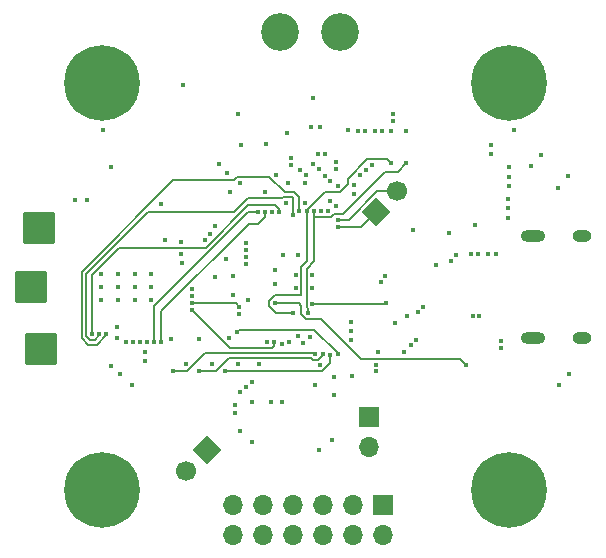
<source format=gbr>
%TF.GenerationSoftware,KiCad,Pcbnew,(6.0.9)*%
%TF.CreationDate,2023-02-04T14:30:42+01:00*%
%TF.ProjectId,MTR_Tiny_MD,4d54525f-5469-46e7-995f-4d442e6b6963,rev?*%
%TF.SameCoordinates,Original*%
%TF.FileFunction,Copper,L3,Inr*%
%TF.FilePolarity,Positive*%
%FSLAX46Y46*%
G04 Gerber Fmt 4.6, Leading zero omitted, Abs format (unit mm)*
G04 Created by KiCad (PCBNEW (6.0.9)) date 2023-02-04 14:30:42*
%MOMM*%
%LPD*%
G01*
G04 APERTURE LIST*
G04 Aperture macros list*
%AMRoundRect*
0 Rectangle with rounded corners*
0 $1 Rounding radius*
0 $2 $3 $4 $5 $6 $7 $8 $9 X,Y pos of 4 corners*
0 Add a 4 corners polygon primitive as box body*
4,1,4,$2,$3,$4,$5,$6,$7,$8,$9,$2,$3,0*
0 Add four circle primitives for the rounded corners*
1,1,$1+$1,$2,$3*
1,1,$1+$1,$4,$5*
1,1,$1+$1,$6,$7*
1,1,$1+$1,$8,$9*
0 Add four rect primitives between the rounded corners*
20,1,$1+$1,$2,$3,$4,$5,0*
20,1,$1+$1,$4,$5,$6,$7,0*
20,1,$1+$1,$6,$7,$8,$9,0*
20,1,$1+$1,$8,$9,$2,$3,0*%
%AMHorizOval*
0 Thick line with rounded ends*
0 $1 width*
0 $2 $3 position (X,Y) of the first rounded end (center of the circle)*
0 $4 $5 position (X,Y) of the second rounded end (center of the circle)*
0 Add line between two ends*
20,1,$1,$2,$3,$4,$5,0*
0 Add two circle primitives to create the rounded ends*
1,1,$1,$2,$3*
1,1,$1,$4,$5*%
%AMRotRect*
0 Rectangle, with rotation*
0 The origin of the aperture is its center*
0 $1 length*
0 $2 width*
0 $3 Rotation angle, in degrees counterclockwise*
0 Add horizontal line*
21,1,$1,$2,0,0,$3*%
G04 Aperture macros list end*
%TA.AperFunction,ComponentPad*%
%ADD10R,1.700000X1.700000*%
%TD*%
%TA.AperFunction,ComponentPad*%
%ADD11O,1.700000X1.700000*%
%TD*%
%TA.AperFunction,ComponentPad*%
%ADD12RoundRect,0.165000X1.210000X-1.210000X1.210000X1.210000X-1.210000X1.210000X-1.210000X-1.210000X0*%
%TD*%
%TA.AperFunction,ComponentPad*%
%ADD13C,0.800000*%
%TD*%
%TA.AperFunction,ComponentPad*%
%ADD14C,6.400000*%
%TD*%
%TA.AperFunction,ComponentPad*%
%ADD15C,3.200000*%
%TD*%
%TA.AperFunction,ComponentPad*%
%ADD16O,2.100000X1.000000*%
%TD*%
%TA.AperFunction,ComponentPad*%
%ADD17O,1.600000X1.000000*%
%TD*%
%TA.AperFunction,ComponentPad*%
%ADD18RotRect,1.700000X1.700000X315.000000*%
%TD*%
%TA.AperFunction,ComponentPad*%
%ADD19HorizOval,1.700000X0.000000X0.000000X0.000000X0.000000X0*%
%TD*%
%TA.AperFunction,ComponentPad*%
%ADD20RotRect,1.700000X1.700000X135.000000*%
%TD*%
%TA.AperFunction,ComponentPad*%
%ADD21HorizOval,1.700000X0.000000X0.000000X0.000000X0.000000X0*%
%TD*%
%TA.AperFunction,ViaPad*%
%ADD22C,0.400000*%
%TD*%
%TA.AperFunction,Conductor*%
%ADD23C,0.200000*%
%TD*%
G04 APERTURE END LIST*
D10*
%TO.N,GND*%
%TO.C,J5*%
X110400000Y-111025000D03*
D11*
%TO.N,DOUT*%
X110400000Y-113565000D03*
%TD*%
D12*
%TO.N,OUTC*%
%TO.C,H12*%
X82620000Y-105310000D03*
%TD*%
D13*
%TO.N,GND*%
%TO.C,H1*%
X124650000Y-117250000D03*
X120552944Y-118947056D03*
D14*
X122250000Y-117250000D03*
D13*
X123947056Y-115552944D03*
X122250000Y-114850000D03*
X120552944Y-115552944D03*
X122250000Y-119650000D03*
X119850000Y-117250000D03*
X123947056Y-118947056D03*
%TD*%
D14*
%TO.N,GND*%
%TO.C,H3*%
X122250000Y-82750000D03*
D13*
X122250000Y-85150000D03*
X119850000Y-82750000D03*
X124650000Y-82750000D03*
X122250000Y-80350000D03*
X123947056Y-81052944D03*
X120552944Y-81052944D03*
X120552944Y-84447056D03*
X123947056Y-84447056D03*
%TD*%
D14*
%TO.N,GND*%
%TO.C,H8*%
X87750000Y-82750000D03*
D13*
X86052944Y-81052944D03*
X90150000Y-82750000D03*
X87750000Y-85150000D03*
X86052944Y-84447056D03*
X87750000Y-80350000D03*
X89447056Y-84447056D03*
X85350000Y-82750000D03*
X89447056Y-81052944D03*
%TD*%
%TO.N,GND*%
%TO.C,H9*%
X89447056Y-118947056D03*
X90150000Y-117250000D03*
D14*
X87750000Y-117250000D03*
D13*
X87750000Y-119650000D03*
X86052944Y-115552944D03*
X89447056Y-115552944D03*
X85350000Y-117250000D03*
X86052944Y-118947056D03*
X87750000Y-114850000D03*
%TD*%
D15*
%TO.N,/VM*%
%TO.C,J6*%
X107890000Y-78450000D03*
%TO.N,GND*%
X102890000Y-78450000D03*
%TD*%
D16*
%TO.N,GND*%
%TO.C,J1*%
X124280000Y-104370000D03*
X124280000Y-95730000D03*
D17*
X128460000Y-104370000D03*
X128460000Y-95730000D03*
%TD*%
D18*
%TO.N,SWD*%
%TO.C,J3*%
X96700000Y-113800000D03*
D19*
%TO.N,SWCLK*%
X94903949Y-115596051D03*
%TD*%
D11*
%TO.N,GPIO9*%
%TO.C,J2*%
X98840000Y-120990000D03*
%TO.N,GPIO22*%
X98840000Y-118450000D03*
%TO.N,GPIO3*%
X101380000Y-120990000D03*
%TO.N,GND*%
X101380000Y-118450000D03*
%TO.N,GPIO2*%
X103920000Y-120990000D03*
%TO.N,GPIO24*%
X103920000Y-118450000D03*
%TO.N,GPIO20*%
X106460000Y-120990000D03*
%TO.N,GPIO25*%
X106460000Y-118450000D03*
%TO.N,GPIO21*%
X109000000Y-120990000D03*
%TO.N,V_USB*%
X109000000Y-118450000D03*
%TO.N,GND*%
X111540000Y-120990000D03*
D10*
%TO.N,3V3_BUCK*%
X111540000Y-118450000D03*
%TD*%
D12*
%TO.N,OUTB*%
%TO.C,H11*%
X81740000Y-100030000D03*
%TD*%
%TO.N,OUTA*%
%TO.C,H10*%
X82440000Y-95030000D03*
%TD*%
D20*
%TO.N,UART_TX*%
%TO.C,J4*%
X110948439Y-93701562D03*
D21*
%TO.N,UART_RX*%
X112744490Y-91905511D03*
%TD*%
D22*
%TO.N,GND*%
X104183332Y-100100000D03*
X94850000Y-106500000D03*
X100450000Y-113150000D03*
X89300000Y-107400000D03*
X110150000Y-90100000D03*
X89116666Y-98950000D03*
X106150000Y-113850000D03*
X119150000Y-102500000D03*
X90533332Y-98950000D03*
X119700000Y-102500000D03*
X108950000Y-107550000D03*
X99500000Y-108900000D03*
X103800000Y-89700000D03*
X127300000Y-107350000D03*
X127250000Y-90650000D03*
X103800000Y-89100000D03*
X106250000Y-86500000D03*
X96900000Y-95500000D03*
X101550000Y-92000000D03*
X112400000Y-86000000D03*
X103500000Y-91250000D03*
X87700000Y-101150000D03*
X121550000Y-104600000D03*
X119350000Y-94750000D03*
X117150000Y-95450000D03*
X124100000Y-89800000D03*
X99000000Y-110700000D03*
X91950000Y-101150000D03*
X106700000Y-88800000D03*
X112600000Y-103050000D03*
X104950000Y-91250000D03*
X97350000Y-99150000D03*
X111384089Y-99609511D03*
X112400000Y-85400000D03*
X97050000Y-106550000D03*
X87850000Y-86750000D03*
X106100000Y-88800000D03*
X111000000Y-107150000D03*
X89116666Y-100050000D03*
X92750000Y-93000000D03*
X105600000Y-100100000D03*
X90533332Y-101150000D03*
X124950000Y-88850000D03*
X97340000Y-94890000D03*
X105600000Y-99000000D03*
X111000000Y-106600000D03*
X100450000Y-108050000D03*
X99450000Y-112200000D03*
X91950000Y-98950000D03*
X86500000Y-92650000D03*
X107550000Y-89400000D03*
X98650000Y-91950000D03*
X104183332Y-99000000D03*
X105450000Y-86500000D03*
X90533332Y-100050000D03*
X87700000Y-98950000D03*
X102500000Y-90500000D03*
X107550000Y-90000000D03*
X98400000Y-90400000D03*
X97650000Y-89600000D03*
X87700000Y-100050000D03*
X99300000Y-106550000D03*
X113600000Y-102450000D03*
X102400000Y-98600000D03*
X111450000Y-86800000D03*
X105650000Y-84050000D03*
X100000000Y-108450000D03*
X109100000Y-92150000D03*
X114150000Y-95200000D03*
X91950000Y-100050000D03*
X99000000Y-110000000D03*
X99450000Y-91200000D03*
X126400000Y-91600000D03*
X109450000Y-86800000D03*
X109650000Y-90550000D03*
X107250000Y-113000000D03*
X96468744Y-96018745D03*
X110850000Y-86800000D03*
X85450000Y-92650000D03*
X110050000Y-86800000D03*
X89116666Y-101150000D03*
X90300000Y-108300000D03*
X110600000Y-89700000D03*
X109100000Y-91350000D03*
X121550000Y-105150000D03*
X126450000Y-108300000D03*
%TO.N,+1V1*%
X105600000Y-101500000D03*
X111800000Y-101400000D03*
%TO.N,3V3_BUCK*%
X114550000Y-102150000D03*
X108850000Y-102950000D03*
X114388541Y-104488541D03*
X98836310Y-99063690D03*
X111170000Y-105520000D03*
X89009811Y-103409811D03*
X119050000Y-97200000D03*
X98300000Y-97650000D03*
X104563541Y-90126152D03*
X101050000Y-106549500D03*
X102100000Y-109750000D03*
X89009811Y-104340189D03*
X113500000Y-86800000D03*
X103000000Y-109750000D03*
X122650000Y-86700000D03*
X113950000Y-104950000D03*
X94650000Y-82950000D03*
X120750000Y-88800000D03*
X122150000Y-93350000D03*
X106650000Y-90600000D03*
X122200000Y-89900000D03*
X107750000Y-91450000D03*
X91400000Y-105500000D03*
X100450000Y-109750000D03*
X105663541Y-89626152D03*
X106125000Y-90064693D03*
X108850000Y-104550000D03*
X107561459Y-93138541D03*
X120750000Y-88000000D03*
X105025000Y-90564693D03*
X101650000Y-87950000D03*
X113388541Y-105488541D03*
X117350000Y-97800000D03*
X102450000Y-99800000D03*
X105799500Y-108300000D03*
X122150000Y-94150000D03*
X103350000Y-92900000D03*
X121100000Y-97250000D03*
X99550000Y-88000000D03*
X108850000Y-103750000D03*
X107100000Y-92700000D03*
X99300000Y-85350000D03*
X122200000Y-91500000D03*
X122150000Y-92550000D03*
X122200000Y-90700000D03*
X112250000Y-86800000D03*
X88550000Y-106700000D03*
X104365000Y-97347100D03*
X104950000Y-92900000D03*
X103095000Y-97347100D03*
X114988541Y-101688541D03*
X119650000Y-97200000D03*
X91400000Y-106300000D03*
X120500000Y-97250000D03*
X106200000Y-106650000D03*
X107111459Y-91038541D03*
X117788541Y-97338541D03*
X107400000Y-107600000D03*
%TO.N,Net-(C16-Pad1)*%
X108600000Y-86700000D03*
X103400000Y-86950000D03*
%TO.N,DRV_BUCK_OUT*%
X88550000Y-89900000D03*
X93101056Y-96051056D03*
%TO.N,Current_A*%
X93650000Y-104450000D03*
X94500000Y-96200500D03*
%TO.N,Current_B*%
X95950000Y-104450000D03*
X94500500Y-97199500D03*
%TO.N,Current_C*%
X94518744Y-97968744D03*
X98500000Y-104350000D03*
%TO.N,VREF*%
X107746800Y-105703200D03*
X99200000Y-103850000D03*
%TO.N,GPIO25*%
X105416068Y-104250000D03*
X107400000Y-109150000D03*
%TO.N,GPIO24*%
X104811518Y-104732622D03*
%TO.N,GPIO22*%
X104350000Y-104150000D03*
%TO.N,GPIO9*%
X102150000Y-93650000D03*
%TO.N,GPIO3*%
X106349006Y-93600000D03*
%TO.N,GPIO2*%
X106950000Y-93600000D03*
%TO.N,GPIO20*%
X103033932Y-104850000D03*
%TO.N,GPIO21*%
X103650000Y-104700000D03*
%TO.N,SWD*%
X100100000Y-101099500D03*
%TO.N,SWCLK*%
X98895180Y-100699500D03*
%TO.N,UART_TX*%
X107800500Y-94950000D03*
%TO.N,UART_RX*%
X107800500Y-94350000D03*
%TO.N,Net-(R6-Pad2)*%
X93750000Y-107100000D03*
X105820133Y-105703200D03*
%TO.N,Net-(R7-Pad2)*%
X106462355Y-105703200D03*
X95950000Y-107100000D03*
%TO.N,Net-(R8-Pad2)*%
X107104577Y-105800000D03*
X98150000Y-107100000D03*
%TO.N,RUN*%
X102450000Y-101400000D03*
X118600000Y-106650000D03*
%TO.N,nFAULT*%
X87550000Y-104000000D03*
X103920972Y-93885429D03*
%TO.N,I2C_SDA*%
X113500000Y-89550000D03*
X105246928Y-102202956D03*
X105749503Y-93600000D03*
%TO.N,I2C_SCL*%
X103931050Y-102200500D03*
X112250000Y-89500000D03*
X105150000Y-93600000D03*
%TO.N,nSLEEP*%
X104465239Y-93600000D03*
X88149503Y-104000000D03*
%TO.N,DRVOFF*%
X102750000Y-93650000D03*
X86950497Y-104000000D03*
%TO.N,INLC*%
X92797484Y-104649205D03*
X101550000Y-93650000D03*
%TO.N,INHC*%
X100950497Y-93650000D03*
X92197984Y-104651131D03*
%TO.N,INLB*%
X99949500Y-96298051D03*
X91598499Y-104646550D03*
%TO.N,INHB*%
X90998996Y-104646550D03*
X99949500Y-96897554D03*
%TO.N,INLA*%
X90399493Y-104646550D03*
X99949500Y-97497057D03*
%TO.N,INHA*%
X99952950Y-98096550D03*
X89800000Y-104650000D03*
%TO.N,SPI_MISO*%
X95396550Y-101400507D03*
X99400000Y-101700497D03*
%TO.N,SPI_SS*%
X95396550Y-100201501D03*
X99400000Y-102300000D03*
%TO.N,SPI_SCK*%
X95396550Y-100801004D03*
X101750497Y-104700000D03*
%TO.N,SPI_MOSI*%
X102350000Y-104700000D03*
X95400000Y-102000000D03*
%TO.N,QSPI_SD3*%
X111700000Y-99100000D03*
X116050000Y-98150000D03*
%TD*%
D23*
%TO.N,+1V1*%
X111700000Y-101500000D02*
X105600000Y-101500000D01*
X111800000Y-101400000D02*
X111700000Y-101500000D01*
%TO.N,VREF*%
X107746800Y-105703200D02*
X107746800Y-105638316D01*
X107746800Y-105638316D02*
X105758484Y-103650000D01*
X105758484Y-103650000D02*
X99400000Y-103650000D01*
X99400000Y-103650000D02*
X99200000Y-103850000D01*
%TO.N,UART_TX*%
X109700001Y-94950000D02*
X110948439Y-93701562D01*
X107800500Y-94950000D02*
X109700001Y-94950000D01*
%TO.N,UART_RX*%
X108650000Y-94350000D02*
X111094489Y-91905511D01*
X111094489Y-91905511D02*
X112744490Y-91905511D01*
X107800500Y-94350000D02*
X108650000Y-94350000D01*
%TO.N,Net-(R6-Pad2)*%
X96457107Y-105600000D02*
X105716933Y-105600000D01*
X93750000Y-107100000D02*
X94957107Y-107100000D01*
X105820133Y-105703200D02*
X105716933Y-105600000D01*
X94957107Y-107100000D02*
X96457107Y-105600000D01*
%TO.N,Net-(R7-Pad2)*%
X95950000Y-107100000D02*
X97442893Y-107100000D01*
X105450000Y-106050000D02*
X105603200Y-106203200D01*
X97442893Y-107100000D02*
X98492893Y-106050000D01*
X105603200Y-106203200D02*
X106027240Y-106203200D01*
X98492893Y-106050000D02*
X105450000Y-106050000D01*
X106462355Y-105703200D02*
X106462355Y-105768085D01*
X106462355Y-105768085D02*
X106027240Y-106203200D01*
%TO.N,Net-(R8-Pad2)*%
X98200000Y-107150000D02*
X98150000Y-107100000D01*
X107104577Y-106452530D02*
X106407107Y-107150000D01*
X106407107Y-107150000D02*
X98200000Y-107150000D01*
X107104577Y-105800000D02*
X107104577Y-106452530D01*
%TO.N,RUN*%
X102450000Y-101400000D02*
X104450000Y-101400000D01*
X105039821Y-102702956D02*
X106295849Y-102702956D01*
X104650000Y-101600000D02*
X104650000Y-102313135D01*
X104650000Y-102313135D02*
X105039821Y-102702956D01*
X104450000Y-101400000D02*
X104650000Y-101600000D01*
X106295849Y-102702956D02*
X109692893Y-106100000D01*
X109692893Y-106100000D02*
X118050000Y-106100000D01*
X118050000Y-106100000D02*
X118600000Y-106650000D01*
%TO.N,nFAULT*%
X87157604Y-104500000D02*
X86743390Y-104500000D01*
X100175735Y-92500000D02*
X103050000Y-92500000D01*
X86450000Y-98927207D02*
X91677207Y-93700000D01*
X103050000Y-92500000D02*
X103150000Y-92400000D01*
X86743390Y-104500000D02*
X86450000Y-104206610D01*
X103150000Y-92400000D02*
X103850000Y-92400000D01*
X91677207Y-93700000D02*
X98975735Y-93700000D01*
X103850000Y-92400000D02*
X103920972Y-92470972D01*
X86450000Y-104206610D02*
X86450000Y-98927207D01*
X87550000Y-104000000D02*
X87550000Y-104107604D01*
X98975735Y-93700000D02*
X100175735Y-92500000D01*
X87550000Y-104107604D02*
X87157604Y-104500000D01*
X103920972Y-92470972D02*
X103920972Y-93885429D01*
%TO.N,I2C_SDA*%
X105749503Y-97816183D02*
X105749503Y-93600000D01*
X112800000Y-90250000D02*
X113500000Y-89550000D01*
X105100000Y-101707107D02*
X105100000Y-98465686D01*
X105246928Y-101854035D02*
X105100000Y-101707107D01*
X107157107Y-94100000D02*
X107450000Y-93807107D01*
X107450000Y-93807107D02*
X108150000Y-93807107D01*
X108150000Y-93807107D02*
X111707107Y-90250000D01*
X105246928Y-102202956D02*
X105246928Y-101854035D01*
X111707107Y-90250000D02*
X112800000Y-90250000D01*
X105100000Y-98465686D02*
X105749503Y-97816183D01*
X105749503Y-94100000D02*
X107157107Y-94100000D01*
%TO.N,I2C_SCL*%
X104650000Y-98350000D02*
X105150000Y-97850000D01*
X107957107Y-91950000D02*
X108600000Y-91307107D01*
X104650000Y-100700000D02*
X104650000Y-98350000D01*
X108600000Y-91307107D02*
X108600000Y-90850000D01*
X105150000Y-93600000D02*
X105150000Y-93492396D01*
X103931050Y-102200500D02*
X102543393Y-102200500D01*
X105150000Y-93492396D02*
X106692396Y-91950000D01*
X108600000Y-90850000D02*
X110250000Y-89200000D01*
X111950000Y-89200000D02*
X112250000Y-89500000D01*
X102442893Y-100700000D02*
X104650000Y-100700000D01*
X110250000Y-89200000D02*
X111950000Y-89200000D01*
X106692396Y-91950000D02*
X107957107Y-91950000D01*
X102543393Y-102200500D02*
X101950000Y-101607107D01*
X105150000Y-97850000D02*
X105150000Y-93600000D01*
X101950000Y-101607107D02*
X101950000Y-101192893D01*
X101950000Y-101192893D02*
X102442893Y-100700000D01*
%TO.N,nSLEEP*%
X98950000Y-90992893D02*
X99242893Y-90700000D01*
X88149503Y-104107604D02*
X87357107Y-104900000D01*
X86050000Y-104372296D02*
X86050000Y-98750000D01*
X104450000Y-93584761D02*
X104465239Y-93600000D01*
X86577704Y-104900000D02*
X86050000Y-104372296D01*
X99242893Y-90700000D02*
X101950000Y-90700000D01*
X103250000Y-92000000D02*
X104049999Y-92000000D01*
X86050000Y-98750000D02*
X93807107Y-90992893D01*
X104049999Y-92000000D02*
X104450000Y-92400001D01*
X88149503Y-104000000D02*
X88149503Y-104107604D01*
X101950000Y-90700000D02*
X103250000Y-92000000D01*
X93807107Y-90992893D02*
X98950000Y-90992893D01*
X104450000Y-92400001D02*
X104450000Y-93584761D01*
X87357107Y-104900000D02*
X86577704Y-104900000D01*
%TO.N,DRVOFF*%
X96541421Y-96700000D02*
X100141421Y-93100000D01*
X86950497Y-104000000D02*
X86950497Y-98992396D01*
X102750000Y-93400000D02*
X102750000Y-93650000D01*
X86950497Y-98992396D02*
X89242893Y-96700000D01*
X102450000Y-93100000D02*
X102750000Y-93400000D01*
X89242893Y-96700000D02*
X96541421Y-96700000D01*
X100141421Y-93100000D02*
X102450000Y-93100000D01*
%TO.N,INLC*%
X101550000Y-94100000D02*
X101000000Y-94650000D01*
X101000000Y-94650000D02*
X100240944Y-94650000D01*
X100240944Y-94650000D02*
X92797484Y-102093460D01*
X101550000Y-93650000D02*
X101550000Y-94100000D01*
X92797484Y-102093460D02*
X92797484Y-104649205D01*
%TO.N,INHC*%
X92197984Y-101609123D02*
X92197984Y-104651131D01*
X100950497Y-93650000D02*
X100157107Y-93650000D01*
X100157107Y-93650000D02*
X92197984Y-101609123D01*
%TO.N,SPI_MISO*%
X95396550Y-101400507D02*
X99100010Y-101400507D01*
X99100010Y-101400507D02*
X99400000Y-101700497D01*
%TO.N,SPI_MOSI*%
X102350000Y-105000000D02*
X102350000Y-104700000D01*
X102150000Y-105200000D02*
X102350000Y-105000000D01*
X98600000Y-105200000D02*
X102150000Y-105200000D01*
X95400000Y-102000000D02*
X98600000Y-105200000D01*
%TD*%
M02*

</source>
